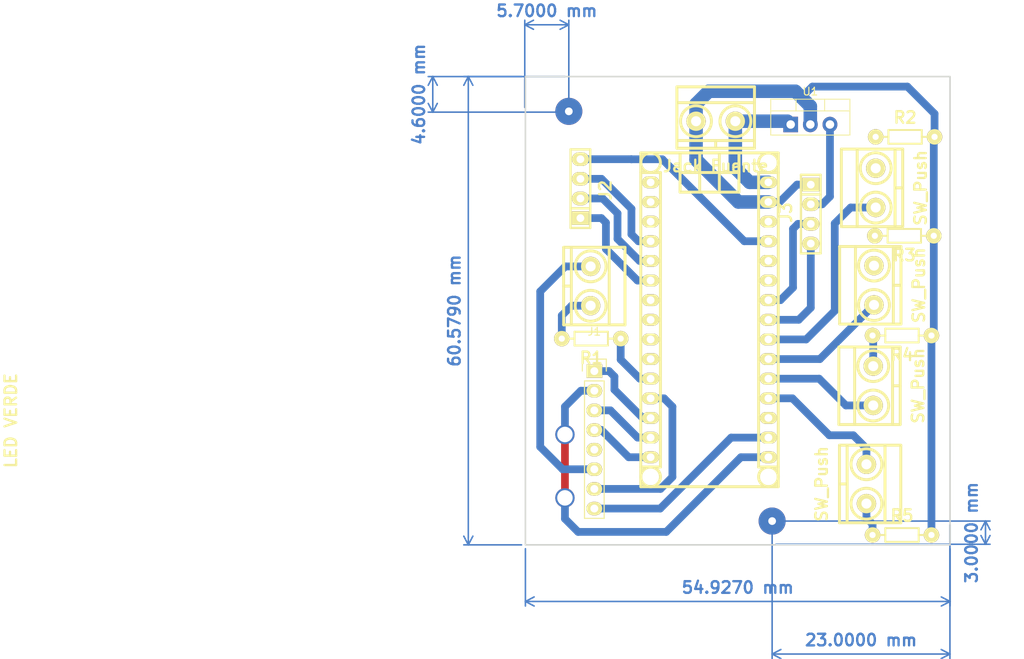
<source format=kicad_pcb>
(kicad_pcb (version 20221018) (generator pcbnew)
  (layers (0 "F.Cu" signal) (31 "B.Cu" signal) (34 "B.Paste" user) (35 "F.Paste" user) (36 "B.SilkS" user "B.Silkscreen") (37 "F.SilkS" user "F.Silkscreen") (38 "B.Mask" user) (39 "F.Mask" user) (44 "Edge.Cuts" user))
  (net 0 "")
  (net 1 "+5V")
  (net 2 "GND")
  (net 3 "unconnected-(J6-D1{slash}TX-Pad1)")
  (net 4 "unconnected-(J6-D0{slash}RX-Pad2)")
  (net 6 "/TX")
  (net 7 "/RX")
  (net 12 "/PIN_LED")
  (net 13 "/RST")
  (net 14 "/SDA")
  (net 15 "/MOSI")
  (net 16 "/MISO")
  (net 17 "/SCK")
  (net 18 "+3.3V")
  (net 20 "Net-(R2-Pad1)")
  (net 21 "Net-(R3-Pad2)")
  (net 22 "Net-(R4-Pad2)")
  (net 23 "Net-(R5-Pad1)")
  (net 24 "VCC")
  (net 25 "+BATT")
  (net 26 "/PIN_SW4")
  (net 27 "/PIN_SW3")
  (net 28 "/PIN_SW2")
  (net 29 "/PIN_SW1")
  (net 30 "/SCL")
  (net 31 "/SFA")
  (net 32 "unconnected-(J6-A6-Pad25)")
  (net 33 "unconnected-(J6-A7-Pad26)")
  (net 35 "Net-(J5-Pad2)")
  (footprint "EESTN5:BORNERA2_AZUL" (layer "F.Cu") (at 148.5 51.27625)
    (fp_text reference "J4" hide)
    (fp_text value "Jack Fuente" (at 0 5.8) (layer "F.SilkS") (effects (font (size 1.5 1.5) (thickness 0.3))))
    (fp_line (start -5.0165 -4.445) (end -5.0165 3.4925) (stroke (width 0.381)) (layer "F.SilkS"))
    (fp_line (start -5 -2.4) (end 5 -2.4) (stroke (width 0.381)) (layer "F.SilkS"))
    (fp_line (start -5 2.5) (end 5 2.5) (stroke (width 0.381)) (layer "F.SilkS"))
    (fp_line (start -4.9835 3.4925) (end 5.0165 3.4925) (stroke (width 0.381)) (layer "F.SilkS"))
    (fp_line (start 0 2.54) (end 0 3.4845) (stroke (width 0.381)) (layer "F.SilkS"))
    (fp_line (start 5.0165 -4.445) (end -4.9835 -4.445) (stroke (width 0.381)) (layer "F.SilkS"))
    (fp_line (start 5.0165 3.4925) (end 5.0165 -4.445) (stroke (width 0.381)) (layer "F.SilkS"))
    (fp_circle (center -2.55 0) (end -0.55 0) (stroke (width 0.381)) (fill none) (layer "F.SilkS"))
    (fp_circle (center 2.55 0) (end 0.55 0) (stroke (width 0.381)) (fill none) (layer "F.SilkS"))
    (pad "1" thru_hole circle (at -2.54 0) (size 2.5 2.5) (drill 1.3) (layers "*.Cu" "*.Mask" "F.SilkS") (net 2 "GND"))
    (pad "2" thru_hole circle (at 2.54 0) (size 2.5 2.5) (drill 1.3) (layers "*.Cu" "*.Mask" "F.SilkS") (net 25 "+BATT"))
  )
  (footprint "EESTN5:Pin_Header_Straight_1x08" (layer "F.Cu") (at 132.8 83.6)
    (fp_text reference "J1" (at 0 -5.1) (layer "F.SilkS"))
    (fp_text value "Módulo RFID")
    (fp_line (start -1.55 -1.55) (end 1.55 -1.55) (stroke (width 0.15)) (layer "F.SilkS"))
    (fp_line (start -1.55 0) (end -1.55 -1.55) (stroke (width 0.15)) (layer "F.SilkS"))
    (fp_line (start -1.27 19.05) (end -1.27 1.27) (stroke (width 0.15)) (layer "F.SilkS"))
    (fp_line (start 1.27 1.27) (end -1.27 1.27) (stroke (width 0.15)) (layer "F.SilkS"))
    (fp_line (start 1.27 1.27) (end 1.27 19.05) (stroke (width 0.15)) (layer "F.SilkS"))
    (fp_line (start 1.27 19.05) (end -1.27 19.05) (stroke (width 0.15)) (layer "F.SilkS"))
    (fp_line (start 1.55 -1.55) (end 1.55 0) (stroke (width 0.15)) (layer "F.SilkS"))
    (pad "1" thru_hole rect (at 0 0) (size 2.032 1.7272) (drill 1.016) (layers "*.Cu" "*.Mask" "F.SilkS") (net 14 "/SDA"))
    (pad "2" thru_hole oval (at 0 2.54) (size 2.032 1.7272) (drill 1.016) (layers "*.Cu" "*.Mask" "F.SilkS") (net 17 "/SCK"))
    (pad "3" thru_hole oval (at 0 5.08) (size 2.032 1.7272) (drill 1.016) (layers "*.Cu" "*.Mask" "F.SilkS") (net 15 "/MOSI"))
    (pad "4" thru_hole oval (at 0 7.62) (size 2.032 1.7272) (drill 1.016) (layers "*.Cu" "*.Mask" "F.SilkS") (net 16 "/MISO"))
    (pad "5" thru_hole oval (at 0 10.16) (size 2.032 1.7272) (drill 1.016) (layers "*.Cu" "*.Mask" "F.SilkS"))
    (pad "6" thru_hole oval (at 0 12.7) (size 2.032 1.7272) (drill 1.016) (layers "*.Cu" "*.Mask" "F.SilkS") (net 2 "GND"))
    (pad "7" thru_hole oval (at 0 15.24) (size 2.032 1.7272) (drill 1.016) (layers "*.Cu" "*.Mask" "F.SilkS") (net 13 "/RST"))
    (pad "8" thru_hole oval (at 0 17.78) (size 2.032 1.7272) (drill 1.016) (layers "*.Cu" "*.Mask" "F.SilkS") (net 18 "+3.3V"))
  )
  (footprint "EESTN5:BORNERA2_AZUL" (layer "F.Cu") (at 168.97625 72.5 90)
    (fp_text reference "SW2" hide)
    (fp_text value "SW_Push" (at 0 5.8 90) (layer "F.SilkS") (effects (font (size 1.5 1.5) (thickness 0.3))))
    (fp_line (start -5.0165 -4.445) (end -5.0165 3.4925) (stroke (width 0.381)) (layer "F.SilkS"))
    (fp_line (start -5 -2.4) (end 5 -2.4) (stroke (width 0.381)) (layer "F.SilkS"))
    (fp_line (start -5 2.5) (end 5 2.5) (stroke (width 0.381)) (layer "F.SilkS"))
    (fp_line (start -4.9835 3.4925) (end 5.0165 3.4925) (stroke (width 0.381)) (layer "F.SilkS"))
    (fp_line (start 0 2.54) (end 0 3.4845) (stroke (width 0.381)) (layer "F.SilkS"))
    (fp_line (start 5.0165 -4.445) (end -4.9835 -4.445) (stroke (width 0.381)) (layer "F.SilkS"))
    (fp_line (start 5.0165 3.4925) (end 5.0165 -4.445) (stroke (width 0.381)) (layer "F.SilkS"))
    (fp_circle (center -2.55 0) (end -0.55 0) (stroke (width 0.381)) (fill none) (layer "F.SilkS"))
    (fp_circle (center 2.55 0) (end 0.55 0) (stroke (width 0.381)) (fill none) (layer "F.SilkS"))
    (pad "1" thru_hole circle (at -2.54 0 90) (size 2.5 2.5) (drill 1.3) (layers "*.Cu" "*.Mask" "F.SilkS") (net 28 "/PIN_SW2"))
    (pad "2" thru_hole circle (at 2.54 0 90) (size 2.5 2.5) (drill 1.3) (layers "*.Cu" "*.Mask" "F.SilkS") (net 21 "Net-(R3-Pad2)"))
  )
  (footprint "EESTN5:pin_strip_4" (layer "F.Cu") (at 131 60 90)
    (fp_text reference "J2" (at -0.2032 3.2258 90) (layer "F.SilkS") (effects (font (size 1.5 1.5) (thickness 0.3))))
    (fp_text value "Sensor R307S" hide)
    (fp_line (start -5.08 -1.27) (end 5.08 -1.27) (stroke (width 0.3048)) (layer "F.SilkS"))
    (fp_line (start -5.08 1.27) (end -5.08 -1.27) (stroke (width 0.3048)) (layer "F.SilkS"))
    (fp_line (start -2.54 -1.27) (end -2.54 1.27) (stroke (width 0.3048)) (layer "F.SilkS"))
    (fp_line (start 5.08 -1.27) (end 5.08 1.27) (stroke (width 0.3048)) (layer "F.SilkS"))
    (fp_line (start 5.08 1.27) (end -5.08 1.27) (stroke (width 0.3048)) (layer "F.SilkS"))
    (pad "1" thru_hole rect (at -3.81 0 90) (size 1.75 2.2) (drill 1.00076) (layers "*.Cu" "*.Mask" "F.SilkS") (net 7 "/RX"))
    (pad "2" thru_hole oval (at -1.27 0 90) (size 1.75 2.2) (drill 1.00076) (layers "*.Cu" "*.Mask" "F.SilkS") (net 6 "/TX"))
    (pad "3" thru_hole oval (at 1.27 0 90) (size 1.75 2.2) (drill 1.00076) (layers "*.Cu" "*.Mask" "F.SilkS") (net 2 "GND"))
    (pad "4" thru_hole oval (at 3.81 0 90) (size 1.75 2.2) (drill 1.00076) (layers "*.Cu" "*.Mask" "F.SilkS") (net 1 "+5V"))
  )
  (footprint "EESTN5:BORNERA2_AZUL" (layer "F.Cu") (at 168.87625 85.5 90)
    (fp_text reference "SW3" hide)
    (fp_text value "SW_Push" (at 0 5.8 90) (layer "F.SilkS") (effects (font (size 1.5 1.5) (thickness 0.3))))
    (fp_line (start -5.0165 -4.445) (end -5.0165 3.4925) (stroke (width 0.381)) (layer "F.SilkS"))
    (fp_line (start -5 -2.4) (end 5 -2.4) (stroke (width 0.381)) (layer "F.SilkS"))
    (fp_line (start -5 2.5) (end 5 2.5) (stroke (width 0.381)) (layer "F.SilkS"))
    (fp_line (start -4.9835 3.4925) (end 5.0165 3.4925) (stroke (width 0.381)) (layer "F.SilkS"))
    (fp_line (start 0 2.54) (end 0 3.4845) (stroke (width 0.381)) (layer "F.SilkS"))
    (fp_line (start 5.0165 -4.445) (end -4.9835 -4.445) (stroke (width 0.381)) (layer "F.SilkS"))
    (fp_line (start 5.0165 3.4925) (end 5.0165 -4.445) (stroke (width 0.381)) (layer "F.SilkS"))
    (fp_circle (center -2.55 0) (end -0.55 0) (stroke (width 0.381)) (fill none) (layer "F.SilkS"))
    (fp_circle (center 2.55 0) (end 0.55 0) (stroke (width 0.381)) (fill none) (layer "F.SilkS"))
    (pad "1" thru_hole circle (at -2.54 0 90) (size 2.5 2.5) (drill 1.3) (layers "*.Cu" "*.Mask" "F.SilkS") (net 27 "/PIN_SW3"))
    (pad "2" thru_hole circle (at 2.54 0 90) (size 2.5 2.5) (drill 1.3) (layers "*.Cu" "*.Mask" "F.SilkS") (net 22 "Net-(R4-Pad2)"))
  )
  (footprint "EESTN5:BORNERA2_AZUL" (layer "F.Cu") (at 168 98.2 -90)
    (fp_text reference "SW4" hide)
    (fp_text value "SW_Push" (at 0 5.8 90) (layer "F.SilkS") (effects (font (size 1.5 1.5) (thickness 0.3))))
    (fp_line (start -5.0165 -4.445) (end -5.0165 3.4925) (stroke (width 0.381)) (layer "F.SilkS"))
    (fp_line (start -5 -2.4) (end 5 -2.4) (stroke (width 0.381)) (layer "F.SilkS"))
    (fp_line (start -5 2.5) (end 5 2.5) (stroke (width 0.381)) (layer "F.SilkS"))
    (fp_line (start -4.9835 3.4925) (end 5.0165 3.4925) (stroke (width 0.381)) (layer "F.SilkS"))
    (fp_line (start 0 2.54) (end 0 3.4845) (stroke (width 0.381)) (layer "F.SilkS"))
    (fp_line (start 5.0165 -4.445) (end -4.9835 -4.445) (stroke (width 0.381)) (layer "F.SilkS"))
    (fp_line (start 5.0165 3.4925) (end 5.0165 -4.445) (stroke (width 0.381)) (layer "F.SilkS"))
    (fp_circle (center -2.55 0) (end -0.55 0) (stroke (width 0.381)) (fill none) (layer "F.SilkS"))
    (fp_circle (center 2.55 0) (end 0.55 0) (stroke (width 0.381)) (fill none) (layer "F.SilkS"))
    (pad "1" thru_hole circle (at -2.54 0 270) (size 2.5 2.5) (drill 1.3) (layers "*.Cu" "*.Mask" "F.SilkS") (net 26 "/PIN_SW4"))
    (pad "2" thru_hole circle (at 2.54 0 270) (size 2.5 2.5) (drill 1.3) (layers "*.Cu" "*.Mask" "F.SilkS") (net 23 "Net-(R5-Pad1)"))
  )
  (footprint "EESTN5:RES0.3" (layer "F.Cu") (at 173 53.3)
    (fp_text reference "R2" (at 0 -2.5) (layer "F.SilkS") (effects (font (size 1.5 1.5) (thickness 0.3))))
    (fp_text value "1k" hide)
    (fp_line (start -2.159 -0.889) (end -2.159 0.889) (stroke (width 0.254)) (layer "F.SilkS"))
    (fp_line (start -2.159 0) (end -3.81 0) (stroke (width 0.254)) (layer "F.SilkS"))
    (fp_line (start -2.159 0.889) (end 2.159 0.889) (stroke (width 0.254)) (layer "F.SilkS"))
    (fp_line (start 2.159 -0.889) (end -2.159 -0.889) (stroke (width 0.254)) (layer "F.SilkS"))
    (fp_line (start 2.159 0) (end 3.81 0) (stroke (width 0.254)) (layer "F.SilkS"))
    (fp_line (start 2.159 0.889) (end 2.159 -0.889) (stroke (width 0.254)) (layer "F.SilkS"))
    (pad "1" thru_hole circle (at -3.81 0) (size 1.99898 1.99898) (drill 0.8001) (layers "*.Cu" "*.Mask" "F.SilkS") (net 20 "Net-(R2-Pad1)"))
    (pad "2" thru_hole circle (at 3.81 0) (size 1.99898 1.99898) (drill 0.8001) (layers "*.Cu" "*.Mask" "F.SilkS") (net 2 "GND"))
  )
  (footprint "EESTN5:RES0.3" (layer "F.Cu") (at 132.4 79.4 180)
    (fp_text reference "R1" (at 0 -2.5) (layer "F.SilkS") (effects (font (size 1.5 1.5) (thickness 0.3))))
    (fp_text value "1k" hide)
    (fp_line (start -2.159 -0.889) (end -2.159 0.889) (stroke (width 0.254)) (layer "F.SilkS"))
    (fp_line (start -2.159 0) (end -3.81 0) (stroke (width 0.254)) (layer "F.SilkS"))
    (fp_line (start -2.159 0.889) (end 2.159 0.889) (stroke (width 0.254)) (layer "F.SilkS"))
    (fp_line (start 2.159 -0.889) (end -2.159 -0.889) (stroke (width 0.254)) (layer "F.SilkS"))
    (fp_line (start 2.159 0) (end 3.81 0) (stroke (width 0.254)) (layer "F.SilkS"))
    (fp_line (start 2.159 0.889) (end 2.159 -0.889) (stroke (width 0.254)) (layer "F.SilkS"))
    (pad "1" thru_hole circle (at -3.81 0 180) (size 1.99898 1.99898) (drill 0.8001) (layers "*.Cu" "*.Mask" "F.SilkS") (net 12 "/PIN_LED"))
    (pad "2" thru_hole circle (at 3.81 0 180) (size 1.99898 1.99898) (drill 0.8001) (layers "*.Cu" "*.Mask" "F.SilkS") (net 35 "Net-(J5-Pad2)"))
  )
  (footprint "EESTN5:arduino_nano_header" (layer "F.Cu") (at 147.701 76.962 -90)
    (fp_text reference "J6" hide)
    (fp_text value "Arduino_Nano_Header" hide)
    (fp_line (start -21.59 -3.81) (end -16.51 -3.81) (stroke (width 0.381)) (layer "F.SilkS"))
    (fp_line (start -21.59 8.89) (end -21.59 -8.89) (stroke (width 0.381)) (layer "F.SilkS"))
    (fp_line (start -21.59 8.89) (end 21.59 8.89) (stroke (width 0.381)) (layer "F.SilkS"))
    (fp_line (start -19.05 -8.89) (end -19.05 -6.35) (stroke (width 0.381)) (layer "F.SilkS"))
    (fp_line (start -19.05 -3.81) (end -19.05 3.81) (stroke (width 0.381)) (layer "F.SilkS"))
    (fp_line (start -19.05 6.35) (end 19.05 6.35) (stroke (width 0.381)) (layer "F.SilkS"))
    (fp_line (start -19.05 8.89) (end -19.05 6.35) (stroke (width 0.381)) (layer "F.SilkS"))
    (fp_line (start -16.51 -3.81) (end -16.51 3.81) (stroke (width 0.381)) (layer "F.SilkS"))
    (fp_line (start -16.51 -1.27) (end -21.59 -1.27) (stroke (width 0.381)) (layer "F.SilkS"))
    (fp_line (start -16.51 1.27) (end -21.59 1.27) (stroke (width 0.381)) (layer "F.SilkS"))
    (fp_line (start -16.51 3.81) (end -21.59 3.81) (stroke (width 0.381)) (layer "F.SilkS"))
    (fp_line (start 19.05 -6.35) (end -19.05 -6.35) (stroke (width 0.381)) (layer "F.SilkS"))
    (fp_line (start 19.05 -6.35) (end 19.05 -8.89) (stroke (width 0.381)) (layer "F.SilkS"))
    (fp_line (start 19.05 8.89) (end 19.05 6.35) (stroke (width 0.381)) (layer "F.SilkS"))
    (fp_line (start 21.59 -8.89) (end -21.59 -8.89) (stroke (width 0.381)) (layer "F.SilkS"))
    (fp_line (start 21.59 8.89) (end 21.59 -8.89) (stroke (width 0.381)) (layer "F.SilkS"))
    (fp_circle (center -20.32 -7.62) (end -21.59 -7.62) (stroke (width 0.381)) (fill none) (layer "F.SilkS"))
    (fp_circle (center -20.32 7.62) (end -21.59 7.62) (stroke (width 0.381)) (fill none) (layer "F.SilkS"))
    (fp_circle (center 20.32 -7.62) (end 21.59 -7.62) (stroke (width 0.381)) (fill none) (layer "F.SilkS"))
    (fp_circle (center 20.32 7.62) (end 21.59 7.62) (stroke (width 0.381)) (fill none) (layer "F.SilkS"))
    (pad "1" thru_hole oval (at -17.78 7.62 270) (size 1.524 2.19964) (drill 1.00076) (layers "*.Cu" "*.Mask" "F.SilkS") (net 3 "unconnected-(J6-D1{slash}TX-Pad1)"))
    (pad "2" thru_hole oval (at -15.24 7.62 270) (size 1.524 2.19964) (drill 1.00076) (layers "*.Cu" "*.Mask" "F.SilkS") (net 4 "unconnected-(J6-D0{slash}RX-Pad2)"))
    (pad "3" thru_hole oval (at -12.7 7.62 270) (size 1.524 2.19964) (drill 1.00076) (layers "*.Cu" "*.Mask" "F.SilkS"))
    (pad "4" thru_hole oval (at -10.16 7.62 270) (size 1.524 2.19964) (drill 1.00076) (layers "*.Cu" "*.Mask" "F.SilkS") (net 2 "GND"))
    (pad "5" thru_hole oval (at -7.62 7.62 270) (size 1.524 2.19964) (drill 1.00076) (layers "*.Cu" "*.Mask" "F.SilkS") (net 6 "/TX"))
    (pad "6" thru_hole oval (at -5.08 7.62 270) (size 1.524 2.19964) (drill 1.00076) (layers "*.Cu" "*.Mask" "F.SilkS") (net 7 "/RX"))
    (pad "7" thru_hole oval (at -2.54 7.62 270) (size 1.524 2.19964) (drill 1.00076) (layers "*.Cu" "*.Mask" "F.SilkS"))
    (pad "8" thru_hole oval (at 0 7.62 270) (size 1.524 2.19964) (drill 1.00076) (layers "*.Cu" "*.Mask" "F.SilkS"))
    (pad "9" thru_hole oval (at 2.54 7.62 270) (size 1.524 2.19964) (drill 1.00076) (layers "*.Cu" "*.Mask" "F.SilkS"))
    (pad "10" thru_hole oval (at 5.08 7.62 270) (size 1.524 2.19964) (drill 1.00076) (layers "*.Cu" "*.Mask" "F.SilkS"))
    (pad "11" thru_hole oval (at 7.62 7.62 270) (size 1.524 2.19964) (drill 1.00076) (layers "*.Cu" "*.Mask" "F.SilkS") (net 12 "/PIN_LED"))
    (pad "12" thru_hole oval (at 10.16 7.62 270) (size 1.524 2.19964) (drill 1.00076) (layers "*.Cu" "*.Mask" "F.SilkS") (net 13 "/RST"))
    (pad "13" thru_hole oval (at 12.7 7.62 270) (size 1.524 2.19964) (drill 1.00076) (layers "*.Cu" "*.Mask" "F.SilkS") (net 14 "/SDA"))
    (pad "14" thru_hole oval (at 15.24 7.62 270) (size 1.524 2.19964) (drill 1.00076) (layers "*.Cu" "*.Mask" "F.SilkS") (net 15 "/MOSI"))
    (pad "15" thru_hole oval (at 17.78 7.62 270) (size 1.524 2.19964) (drill 1.00076) (layers "*.Cu" "*.Mask" "F.SilkS") (net 16 "/MISO"))
    (pad "16" thru_hole oval (at 17.78 -7.62 270) (size 1.524 2.19964) (drill 1.00076) (layers "*.Cu" "*.Mask" "F.SilkS") (net 17 "/SCK"))
    (pad "17" thru_hole oval (at 15.24 -7.62 270) (size 1.524 2.19964) (drill 1.00076) (layers "*.Cu" "*.Mask" "F.SilkS") (net 18 "+3.3V"))
    (pad "18" thru_hole oval (at 12.7 -7.62 270) (size 1.524 2.19964) (drill 1.00076) (layers "*.Cu" "*.Mask" "F.SilkS"))
    (pad "19" thru_hole oval (at 10.16 -7.62 270) (size 1.524 2.19964) (drill 1.00076) (layers "*.Cu" "*.Mask" "F.SilkS") (net 26 "/PIN_SW4"))
    (pad "20" thru_hole oval (at 7.62 -7.62 270) (size 1.524 2.1971) (drill 1.00076) (layers "*.Cu" "*.Mask" "F.SilkS") (net 27 "/PIN_SW3"))
    (pad "21" thru_hole oval (at 5.08 -7.62 270) (size 1.524 2.1971) (drill 1.00076) (layers "*.Cu" "*.Mask" "F.SilkS") (net 28 "/PIN_SW2"))
    (pad "22" thru_hole oval (at 2.54 -7.62 270) (size 1.524 2.1971) (drill 1.00076) (layers "*.Cu" "*.Mask" "F.SilkS") (net 29 "/PIN_SW1"))
    (pad "23" thru_hole oval (at 0 -7.62 270) (size 1.524 2.1971) (drill 1.00076) (layers "*.Cu" "*.Mask" "F.SilkS") (net 31 "/SFA"))
    (pad "24" thru_hole oval (at -2.54 -7.62 270) (size 1.524 2.1971) (drill 0.99822) (layers "*.Cu" "*.Mask" "F.SilkS") (net 30 "/SCL"))
    (pad "25" thru_hole oval (at -5.08 -7.62 270) (size 1.524 2.1971) (drill 0.99822) (layers "*.Cu" "*.Mask" "F.SilkS") (net 32 "unconnected-(J6-A6-Pad25)"))
    (pad "26" thru_hole oval (at -7.62 -7.62 270) (size 1.524 2.1971) (drill 0.99822) (layers "*.Cu" "*.Mask" "F.SilkS") (net 33 "unconnected-(J6-A7-Pad26)"))
    (pad "27" thru_hole oval (at -10.16 -7.62 270) (size 1.524 2.1971) (drill 0.99822) (layers "*.Cu" "*.Mask" "F.SilkS") (net 1 "+5V"))
    (pad "28" thru_hole oval (at -12.7 -7.62 270) (size 1.524 2.1971) (drill 0.99822) (layers "*.Cu" "*.Mask" "F.SilkS"))
    (pad "29" thru_hole oval (at -15.24 -7.62 270) (size 1.524 2.1971) (drill 0.99822) (layers "*.Cu" "*.Mask" "F.SilkS") (net 2 "GND"))
    (pad "30" thru_hole oval (at -17.78 -7.62 270) (size 1.524 2.1971) (drill 0.99822) (layers "*.Cu" "*.Mask" "F.SilkS") (net 25 "+BATT"))
  )
  (footprint "EESTN5:BORNERA2_AZUL" (layer "F.Cu") (at 132.32375 72.6 -90)
    (fp_text reference "J5" hide)
    (fp_text value "LED VERDE" (at 17.4 75 90) (layer "F.SilkS") (effects (font (size 1.5 1.5) (thickness 0.3))))
    (fp_line (start -5.0165 -4.445) (end -5.0165 3.4925) (stroke (width 0.381)) (layer "F.SilkS"))
    (fp_line (start -5 -2.4) (end 5 -2.4) (stroke (width 0.381)) (layer "F.SilkS"))
    (fp_line (start -5 2.5) (end 5 2.5) (stroke (width 0.381)) (layer "F.SilkS"))
    (fp_line (start -4.9835 3.4925) (end 5.0165 3.4925) (stroke (width 0.381)) (layer "F.SilkS"))
    (fp_line (start 0 2.54) (end 0 3.4845) (stroke (width 0.381)) (layer "F.SilkS"))
    (fp_line (start 5.0165 -4.445) (end -4.9835 -4.445) (stroke (width 0.381)) (layer "F.SilkS"))
    (fp_line (start 5.0165 3.4925) (end 5.0165 -4.445) (stroke (width 0.381)) (layer "F.SilkS"))
    (fp_circle (center -2.55 0) (end -0.55 0) (stroke (width 0.381)) (fill none) (layer "F.SilkS"))
    (fp_circle (center 2.55 0) (end 0.55 0) (stroke (width 0.381)) (fill none) (layer "F.SilkS"))
    (pad "1" thru_hole circle (at -2.54 0 270) (size 2.5 2.5) (drill 1.3) (layers "*.Cu" "*.Mask" "F.SilkS") (net 2 "GND"))
    (pad "2" thru_hole circle (at 2.54 0 270) (size 2.5 2.5) (drill 1.3) (layers "*.Cu" "*.Mask" "F.SilkS") (net 35 "Net-(J5-Pad2)"))
  )
  (footprint "EESTN5:RES0.3" (layer "F.Cu") (at 172.6 79 180)
    (fp_text reference "R4" (at 0 -2.5) (layer "F.SilkS") (effects (font (size 1.5 1.5) (thickness 0.3))))
    (fp_text value "1k" hide)
    (fp_line (start -2.159 -0.889) (end -2.159 0.889) (stroke (width 0.254)) (layer "F.SilkS"))
    (fp_line (start -2.159 0) (end -3.81 0) (stroke (width 0.254)) (layer "F.SilkS"))
    (fp_line (start -2.159 0.889) (end 2.159 0.889) (stroke (width 0.254)) (layer "F.SilkS"))
    (fp_line (start 2.159 -0.889) (end -2.159 -0.889) (stroke (width 0.254)) (layer "F.SilkS"))
    (fp_line (start 2.159 0) (end 3.81 0) (stroke (width 0.254)) (layer "F.SilkS"))
    (fp_line (start 2.159 0.889) (end 2.159 -0.889) (stroke (width 0.254)) (layer "F.SilkS"))
    (pad "1" thru_hole circle (at -3.81 0 180) (size 1.99898 1.99898) (drill 0.8001) (layers "*.Cu" "*.Mask" "F.SilkS") (net 2 "GND"))
    (pad "2" thru_hole circle (at 3.81 0 180) (size 1.99898 1.99898) (drill 0.8001) (layers "*.Cu" "*.Mask" "F.SilkS") (net 22 "Net-(R4-Pad2)"))
  )
  (footprint "Package_TO_SOT_THT:TO-220-3_Vertical" (layer "F.Cu") (at 158.2 51.7)
    (fp_text reference "U1" (at 2.54 -4.27) (layer "F.SilkS"))
    (fp_text value "LM7805")
    (fp_line (start -2.58 -3.27) (end -2.58 1.371) (stroke (width 0.12)) (layer "F.SilkS"))
    (fp_line (start -2.58 -3.27) (end 7.66 -3.27) (stroke (width 0.12)) (layer "F.SilkS"))
    (fp_line (start -2.58 -1.76) (end 7.66 -1.76) (stroke (width 0.12)) (layer "F.SilkS"))
    (fp_line (start -2.58 1.371) (end 7.66 1.371) (stroke (width 0.12)) (layer "F.SilkS"))
    (fp_line (start 0.69 -3.27) (end 0.69 -1.76) (stroke (width 0.12)) (layer "F.SilkS"))
    (fp_line (start 4.391 -3.27) (end 4.391 -1.76) (stroke (width 0.12)) (layer "F.SilkS"))
    (fp_line (start 7.66 -3.27) (end 7.66 1.371) (stroke (width 0.12)) (layer "F.SilkS"))
    (pad "1" thru_hole rect (at 0 0) (size 1.905 2) (drill 1.1) (layers "*.Cu" "*.Mask") (net 25 "+BATT"))
    (pad "2" thru_hole oval (at 2.54 0) (size 1.905 2) (drill 1.1) (layers "*.Cu" "*.Mask") (net 2 "GND"))
    (pad "3" thru_hole oval (at 5.08 0) (size 1.905 2) (drill 1.1) (layers "*.Cu" "*.Mask") (net 24 "VCC"))
  )
  (footprint "EESTN5:pin_strip_4" (layer "F.Cu") (at 160.8 63.29 -90)
    (fp_text reference "J3" (at -0.2032 3.2258 90) (layer "F.SilkS") (effects (font (size 1.5 1.5) (thickness 0.3))))
    (fp_text value "Display 16x2" hide)
    (fp_line (start -5.08 -1.27) (end 5.08 -1.27) (stroke (width 0.3048)) (layer "F.SilkS"))
    (fp_line (start -5.08 1.27) (end -5.08 -1.27) (stroke (width 0.3048)) (layer "F.SilkS"))
    (fp_line (start -2.54 -1.27) (end -2.54 1.27) (stroke (width 0.3048)) (layer "F.SilkS"))
    (fp_line (start 5.08 -1.27) (end 5.08 1.27) (stroke (width 0.3048)) (layer "F.SilkS"))
    (fp_line (start 5.08 1.27) (end -5.08 1.27) (stroke (width 0.3048)) (layer "F.SilkS"))
    (pad "1" thru_hole rect (at -3.81 0 270) (size 1.75 2.2) (drill 1.00076) (layers "*.Cu" "*.Mask" "F.SilkS") (net 2 "GND"))
    (pad "2" thru_hole oval (at -1.27 0 270) (size 1.75 2.2) (drill 1.00076) (layers "*.Cu" "*.Mask" "F.SilkS") (net 24 "VCC"))
    (pad "3" thru_hole oval (at 1.27 0 270) (size 1.75 2.2) (drill 1.00076) (layers "*.Cu" "*.Mask" "F.SilkS") (net 30 "/SCL"))
    (pad "4" thru_hole oval (at 3.81 0 270) (size 1.75 2.2) (drill 1.00076) (layers "*.Cu" "*.Mask" "F.SilkS") (net 31 "/SFA"))
  )
  (footprint "EESTN5:RES0.3" (layer "F.Cu") (at 172.9 66.1 180)
    (fp_text reference "R3" (at 0 -2.5) (layer "F.SilkS") (effects (font (size 1.5 1.5) (thickness 0.3))))
    (fp_text value "1k" hide)
    (fp_line (start -2.159 -0.889) (end -2.159 0.889) (stroke (width 0.254)) (layer "F.SilkS"))
    (fp_line (start -2.159 0) (end -3.81 0) (stroke (width 0.254)) (layer "F.SilkS"))
    (fp_line (start -2.159 0.889) (end 2.159 0.889) (stroke (width 0.254)) (layer "F.SilkS"))
    (fp_line (start 2.159 -0.889) (end -2.159 -0.889) (stroke (width 0.254)) (layer "F.SilkS"))
    (fp_line (start 2.159 0) (end 3.81 0) (stroke (width 0.254)) (layer "F.SilkS"))
    (fp_line (start 2.159 0.889) (end 2.159 -0.889) (stroke (width 0.254)) (layer "F.SilkS"))
    (pad "1" thru_hole circle (at -3.81 0 180) (size 1.99898 1.99898) (drill 0.8001) (layers "*.Cu" "*.Mask" "F.SilkS") (net 2 "GND"))
    (pad "2" thru_hole circle (at 3.81 0 180) (size 1.99898 1.99898) (drill 0.8001) (layers "*.Cu" "*.Mask" "F.SilkS") (net 21 "Net-(R3-Pad2)"))
  )
  (footprint "EESTN5:RES0.3" (layer "F.Cu") (at 172.6 104.8)
    (fp_text reference "R5" (at 0 -2.5) (layer "F.SilkS") (effects (font (size 1.5 1.5) (thickness 0.3))))
    (fp_text value "1k" hide)
    (fp_line (start -2.159 -0.889) (end -2.159 0.889) (stroke (width 0.254)) (layer "F.SilkS"))
    (fp_line (start -2.159 0) (end -3.81 0) (stroke (width 0.254)) (layer "F.SilkS"))
    (fp_line (start -2.159 0.889) (end 2.159 0.889) (stroke (width 0.254)) (layer "F.SilkS"))
    (fp_line (start 2.159 -0.889) (end -2.159 -0.889) (stroke (width 0.254)) (layer "F.SilkS"))
    (fp_line (start 2.159 0) (end 3.81 0) (stroke (width 0.254)) (layer "F.SilkS"))
    (fp_line (start 2.159 0.889) (end 2.159 -0.889) (stroke (width 0.254)) (layer "F.SilkS"))
    (pad "1" thru_hole circle (at -3.81 0) (size 1.99898 1.99898) (drill 0.8001) (layers "*.Cu" "*.Mask" "F.SilkS") (net 23 "Net-(R5-Pad1)"))
    (pad "2" thru_hole circle (at 3.81 0) (size 1.99898 1.99898) (drill 0.8001) (layers "*.Cu" "*.Mask" "F.SilkS") (net 2 "GND"))
  )
  (footprint "EESTN5:BORNERA2_AZUL" (layer "F.Cu") (at 169.2 59.9 90)
    (fp_text reference "SW1" hide)
    (fp_text value "SW_Push" (at 0 5.8 90) (layer "F.SilkS") (effects (font (size 1.5 1.5) (thickness 0.3))))
    (fp_line (start -5.0165 -4.445) (end -5.0165 3.4925) (stroke (width 0.381)) (layer "F.SilkS"))
    (fp_line (start -5 -2.4) (end 5 -2.4) (stroke (width 0.381)) (layer "F.SilkS"))
    (fp_line (start -5 2.5) (end 5 2.5) (stroke (width 0.381)) (layer "F.SilkS"))
    (fp_line (start -4.9835 3.4925) (end 5.0165 3.4925) (stroke (width 0.381)) (layer "F.SilkS"))
    (fp_line (start 0 2.54) (end 0 3.4845) (stroke (width 0.381)) (layer "F.SilkS"))
    (fp_line (start 5.0165 -4.445) (end -4.9835 -4.445) (stroke (width 0.381)) (layer "F.SilkS"))
    (fp_line (start 5.0165 3.4925) (end 5.0165 -4.445) (stroke (width 0.381)) (layer "F.SilkS"))
    (fp_circle (center -2.55 0) (end -0.55 0) (stroke (width 0.381)) (fill none) (layer "F.SilkS"))
    (fp_circle (center 2.55 0) (end 0.55 0) (stroke (width 0.381)) (fill none) (layer "F.SilkS"))
    (pad "1" thru_hole circle (at -2.54 0 90) (size 2.5 2.5) (drill 1.3) (layers "*.Cu" "*.Mask" "F.SilkS") (net 29 "/PIN_SW1"))
    (pad "2" thru_hole circle (at 2.54 0 90) (size 2.5 2.5) (drill 1.3) (layers "*.Cu" "*.Mask" "F.SilkS") (net 20 "Net-(R2-Pad1)"))
  )
  (gr_rect (start 123.8865 45.5) (end 178.8135 106.079) (stroke (width 0.2)) (fill none) (layer "Edge.Cuts"))
  (dimension (type aligned) (layer "B.Cu") (pts (xy 155.8 103) (xy 178.8 103)) (height 17.2) (gr_text "23,0000 mm" (at 167.3 118.4) (layer "B.Cu") (effects (font (size 1.5 1.5) (thickness 0.3)))) (format (prefix "") (suffix "") (units 3) (units_format 1) (precision 4)) (style (thickness 0.2) (arrow_length 1.27) (text_position_mode 0) (extension_height 0.58642) (extension_offset 0.5) keep_text_aligned))
  (dimension (type aligned) (layer "B.Cu") (pts (xy 123.8865 106.079) (xy 178.8135 106.079)) (height 7.320999) (gr_text "54,9270 mm" (at 151.35 111.599999) (layer "B.Cu") (effects (font (size 1.5 1.5) (thickness 0.3)))) (format (prefix "") (suffix "") (units 3) (units_format 1) (precision 4)) (style (thickness 0.2) (arrow_length 1.27) (text_position_mode 0) (extension_height 0.58642) (extension_offset 0.5) keep_text_aligned))
  (dimension (type aligned) (layer "B.Cu") (pts (xy 129.5 50) (xy 123.8 50)) (height 11.2) (gr_text "5,7000 mm" (at 126.65 37) (layer "B.Cu") (effects (font (size 1.5 1.5) (thickness 0.3)))) (format (prefix "") (suffix "") (units 3) (units_format 1) (precision 4)) (style (thickness 0.2) (arrow_length 1.27) (text_position_mode 0) (extension_height 0.58642) (extension_offset 0.5) keep_text_aligned))
  (dimension (type aligned) (layer "B.Cu") (pts (xy 129.5 45.5) (xy 129.5 50.1)) (height 17.6) (gr_text "4,6000 mm" (at 110.1 47.8 90) (layer "B.Cu") (effects (font (size 1.5 1.5) (thickness 0.3)))) (format (prefix "") (suffix "") (units 3) (units_format 1) (precision 4)) (style (thickness 0.2) (arrow_length 1.27) (text_position_mode 0) (extension_height 0.58642) (extension_offset 0.5) keep_text_aligned))
  (dimension (type aligned) (layer "B.Cu") (pts (xy 155.8 103) (xy 155.8 106)) (height -27.6) (gr_text "3,0000 mm" (at 181.6 104.5 90) (layer "B.Cu") (effects (font (size 1.5 1.5) (thickness 0.3)))) (format (prefix "") (suffix "") (units 3) (units_format 1) (precision 4)) (style (thickness 0.2) (arrow_length 1.27) (text_position_mode 0) (extension_height 0.58642) (extension_offset 0.5) keep_text_aligned))
  (dimension (type aligned) (layer "B.Cu") (pts (xy 123.8865 45.5) (xy 123.8865 106.079)) (height 7.386499) (gr_text "60,5790 mm" (at 114.700001 75.7895 90) (layer "B.Cu") (effects (font (size 1.5 1.5) (thickness 0.3)))) (format (prefix "") (suffix "") (units 3) (units_format 1) (precision 4)) (style (thickness 0.2) (arrow_length 1.27) (text_position_mode 0) (extension_height 0.58642) (extension_offset 0.5) keep_text_aligned))
  (via (at 155.8 103) (size 3.5) (drill 1) (layers "F.Cu" "B.Cu") (net 0))
  (via (at 129.5 50) (size 3.5) (drill 1) (layers "F.Cu" "B.Cu") (net 0))
  (segment (start 141.6 56.2) (end 152.202 66.802) (width 1) (layer "B.Cu") (net 1))
  (segment (start 131 56.19) (end 137.59 56.19) (width 1) (layer "B.Cu") (net 1))
  (segment (start 137.59 56.19) (end 137.6 56.2) (width 1) (layer "B.Cu") (net 1))
  (segment (start 152.202 66.802) (end 155.321 66.802) (width 1) (layer "B.Cu") (net 1))
  (segment (start 137.6 56.2) (end 141.6 56.2) (width 1) (layer "B.Cu") (net 1))
  (segment (start 173.3 46.8) (end 161 46.8) (width 1) (layer "B.Cu") (net 2))
  (segment (start 176.71 66.1) (end 176.71 53.4) (width 1) (layer "B.Cu") (net 2))
  (segment (start 145.96 49.04) (end 147.6 47.4) (width 1.75) (layer "B.Cu") (net 2))
  (segment (start 125.8 73.3) (end 129.04 70.06) (width 1) (layer "B.Cu") (net 2))
  (segment (start 158.8 47.4) (end 159.6 48.2) (width 1.75) (layer "B.Cu") (net 2))
  (segment (start 140.081 66.802) (end 138.502 66.802) (width 1) (layer "B.Cu") (net 2))
  (segment (start 176.81 50.31) (end 173.3 46.8) (width 1) (layer "B.Cu") (net 2))
  (segment (start 128.7 96.3) (end 125.8 93.4) (width 1) (layer "B.Cu") (net 2))
  (segment (start 155.321 61.722) (end 151.422 61.722) (width 1.75) (layer "B.Cu") (net 2))
  (segment (start 176.71 66.1) (end 176.71 78.7) (width 1) (layer "B.Cu") (net 2))
  (segment (start 138.502 66.802) (end 137.6 65.9) (width 1) (layer "B.Cu") (net 2))
  (segment (start 176.71 78.7) (end 176.41 79) (width 1) (layer "B.Cu") (net 2))
  (segment (start 147.6 47.4) (end 158.8 47.4) (width 1.75) (layer "B.Cu") (net 2))
  (segment (start 160.8 59.48) (end 159.02 59.48) (width 1) (layer "B.Cu") (net 2))
  (segment (start 125.8 93.4) (end 125.8 73.3) (width 1) (layer "B.Cu") (net 2))
  (segment (start 176.41 104.8) (end 176.41 79) (width 1) (layer "B.Cu") (net 2))
  (segment (start 137.6 65.9) (end 137.6 62.6) (width 1) (layer "B.Cu") (net 2))
  (segment (start 176.71 53.4) (end 176.81 53.3) (width 1) (layer "B.Cu") (net 2))
  (segment (start 161 46.8) (end 159.6 48.2) (width 1) (layer "B.Cu") (net 2))
  (segment (start 151.422 61.722) (end 145.96 56.26) (width 1.75) (layer "B.Cu") (net 2))
  (segment (start 156.778 61.722) (end 155.321 61.722) (width 1) (layer "B.Cu") (net 2))
  (segment (start 176.81 53.3) (end 176.81 50.31) (width 1) (layer "B.Cu") (net 2))
  (segment (start 140.023 66.86) (end 140.081 66.802) (width 1) (layer "B.Cu") (net 2))
  (segment (start 132.8 96.3) (end 128.7 96.3) (width 1) (layer "B.Cu") (net 2))
  (segment (start 137.6 62.6) (end 133.73 58.73) (width 1) (layer "B.Cu") (net 2))
  (segment (start 145.96 56.26) (end 145.96 51.27625) (width 1.75) (layer "B.Cu") (net 2))
  (segment (start 129.04 70.06) (end 132.32375 70.06) (width 1) (layer "B.Cu") (net 2))
  (segment (start 133.73 58.73) (end 131 58.73) (width 1) (layer "B.Cu") (net 2))
  (segment (start 159.6 48.2) (end 160.74 49.34) (width 1.75) (layer "B.Cu") (net 2))
  (segment (start 160.74 49.34) (end 160.74 51.7) (width 1.75) (layer "B.Cu") (net 2))
  (segment (start 159.02 59.48) (end 156.778 61.722) (width 1) (layer "B.Cu") (net 2))
  (segment (start 145.96 51.27625) (end 145.96 49.04) (width 1.75) (layer "B.Cu") (net 2))
  (segment (start 140.0302 59.2328) (end 140.081 59.182) (width 1) (layer "F.Cu") (net 3))
  (segment (start 140.0302 61.7728) (end 140.081 61.722) (width 1) (layer "F.Cu") (net 4))
  (segment (start 135.8 63.2) (end 135.8 66.5) (width 1) (layer "B.Cu") (net 6))
  (segment (start 140.023 69.4) (end 140.081 69.342) (width 1) (layer "B.Cu") (net 6))
  (segment (start 131 61.27) (end 133.87 61.27) (width 1) (layer "B.Cu") (net 6))
  (segment (start 138.642 69.342) (end 140.081 69.342) (width 1) (layer "B.Cu") (net 6))
  (segment (start 135.8 66.5) (end 138.642 69.342) (width 1) (layer "B.Cu") (net 6))
  (segment (start 133.87 61.27) (end 135.8 63.2) (width 1) (layer "B.Cu") (net 6))
  (segment (start 134.45 67.95) (end 138.382 71.882) (width 1) (layer "B.Cu") (net 7))
  (segment (start 134.3 67.8) (end 134.45 67.95) (width 1) (layer "B.Cu") (net 7))
  (segment (start 131 63.81) (end 133.71 63.81) (width 1) (layer "B.Cu") (net 7))
  (segment (start 134.3 64.4) (end 134.3 67.8) (width 1) (layer "B.Cu") (net 7))
  (segment (start 140.023 71.94) (end 140.081 71.882) (width 1) (layer "B.Cu") (net 7))
  (segment (start 133.71 63.81) (end 134.3 64.4) (width 1) (layer "B.Cu") (net 7))
  (segment (start 138.382 71.882) (end 140.081 71.882) (width 1) (layer "B.Cu") (net 7))
  (segment (start 138.682 84.582) (end 140.081 84.582) (width 1) (layer "B.Cu") (net 12))
  (segment (start 136.21 82.11) (end 138.682 84.582) (width 1) (layer "B.Cu") (net 12))
  (segment (start 136.21 79.4) (end 136.21 82.11) (width 1) (layer "B.Cu") (net 12))
  (segment (start 141.822 87.122) (end 142.9 88.2) (width 1) (layer "B.Cu") (net 13))
  (segment (start 141.36 98.84) (end 132.8 98.84) (width 1) (layer "B.Cu") (net 13))
  (segment (start 142.9 97.3) (end 141.36 98.84) (width 1) (layer "B.Cu") (net 13))
  (segment (start 140.081 87.122) (end 141.822 87.122) (width 1) (layer "B.Cu") (net 13))
  (segment (start 142.9 88.2) (end 142.9 97.3) (width 1) (layer "B.Cu") (net 13))
  (segment (start 135.4 84.3) (end 135.4 86) (width 1) (layer "B.Cu") (net 14))
  (segment (start 139.062 89.662) (end 140.081 89.662) (width 1) (layer "B.Cu") (net 14))
  (segment (start 132.8 83.6) (end 134.7 83.6) (width 1) (layer "B.Cu") (net 14))
  (segment (start 135.4 86) (end 139.062 89.662) (width 1) (layer "B.Cu") (net 14))
  (segment (start 134.7 83.6) (end 135.4 84.3) (width 1) (layer "B.Cu") (net 14))
  (segment (start 138.402 92.202) (end 140.081 92.202) (width 1) (layer "B.Cu") (net 15))
  (segment (start 134.88 88.68) (end 138.402 92.202) (width 1) (layer "B.Cu") (net 15))
  (segment (start 132.8 88.68) (end 134.88 88.68) (width 1) (layer "B.Cu") (net 15))
  (segment (start 133.72 91.22) (end 137.242 94.742) (width 1) (layer "B.Cu") (net 16))
  (segment (start 132.8 91.22) (end 133.72 91.22) (width 1) (layer "B.Cu") (net 16))
  (segment (start 137.242 94.742) (end 140.081 94.742) (width 1) (layer "B.Cu") (net 16))
  (segment (start 129 91.8) (end 129 100) (width 1) (layer "F.Cu") (net 17))
  (via (at 129 100) (size 2.5) (drill 2) (layers "F.Cu" "B.Cu") (net 17))
  (via (at 129 91.8) (size 2.5) (drill 2) (layers "F.Cu" "B.Cu") (net 17))
  (segment (start 131.06 86.14) (end 129 88.2) (width 1) (layer "B.Cu") (net 17))
  (segment (start 151.758 94.742) (end 155.321 94.742) (width 1) (layer "B.Cu") (net 17))
  (segment (start 130.7 104.4) (end 142.1 104.4) (width 1) (layer "B.Cu") (net 17))
  (segment (start 142.1 104.4) (end 151.758 94.742) (width 1) (layer "B.Cu") (net 17))
  (segment (start 129 102.7) (end 130.7 104.4) (width 1) (layer "B.Cu") (net 17))
  (segment (start 129 88.2) (end 129 91.8) (width 1) (layer "B.Cu") (net 17))
  (segment (start 132.8 86.14) (end 131.06 86.14) (width 1) (layer "B.Cu") (net 17))
  (segment (start 129 100) (end 129 102.7) (width 1) (layer "B.Cu") (net 17))
  (segment (start 150.498 92.202) (end 155.321 92.202) (width 1) (layer "B.Cu") (net 18))
  (segment (start 141.32 101.38) (end 150.498 92.202) (width 1) (layer "B.Cu") (net 18))
  (segment (start 132.8 101.38) (end 141.32 101.38) (width 1) (layer "B.Cu") (net 18))
  (segment (start 168.87625 79.08625) (end 168.79 79) (width 1) (layer "B.Cu") (net 22))
  (segment (start 168.87625 82.96) (end 168.87625 79.08625) (width 1) (layer "B.Cu") (net 22))
  (segment (start 168.79 103.39) (end 168 102.6) (width 1) (layer "B.Cu") (net 23))
  (segment (start 168.1 100.84) (end 168 100.74) (width 1) (layer "B.Cu") (net 23))
  (segment (start 168 102.6) (end 168 100.74) (width 1) (layer "B.Cu") (net 23))
  (segment (start 168.79 104.8) (end 168.79 103.39) (width 1) (layer "B.Cu") (net 23))
  (segment (start 160.8 62.02) (end 162.28 62.02) (width 1) (layer "B.Cu") (net 24))
  (segment (start 162.28 62.02) (end 163.28 61.02) (width 1) (layer "B.Cu") (net 24))
  (segment (start 163.28 61.02) (end 163.28 51.7) (width 1) (layer "B.Cu") (net 24))
  (segment (start 151.04 51.27625) (end 157.77625 51.27625) (width 1.75) (layer "B.Cu") (net 25))
  (segment (start 152.882 59.182) (end 155.321 59.182) (width 1.75) (layer "B.Cu") (net 25))
  (segment (start 151.04 57.34) (end 152.882 59.182) (width 1.75) (layer "B.Cu") (net 25))
  (segment (start 157.77625 51.27625) (end 158.2 51.7) (width 1.75) (layer "B.Cu") (net 25))
  (segment (start 151.04 51.27625) (end 151.04 57.34) (width 1.75) (layer "B.Cu") (net 25))
  (segment (start 168 93.6) (end 166.3 91.9) (width 1) (layer "B.Cu") (net 26))
  (segment (start 166.3 91.9) (end 163.2 91.9) (width 1) (layer "B.Cu") (net 26))
  (segment (start 163.2 91.9) (end 158.422 87.122) (width 1) (layer "B.Cu") (net 26))
  (segment (start 158.422 87.122) (end 155.321 87.122) (width 1) (layer "B.Cu") (net 26))
  (segment (start 168 95.66) (end 168 93.6) (width 1) (layer "B.Cu") (net 26))
  (segment (start 161.882 84.582) (end 165.34 88.04) (width 1) (layer "B.Cu") (net 27))
  (segment (start 165.34 88.04) (end 168.87625 88.04) (width 1) (layer "B.Cu") (net 27))
  (segment (start 155.321 84.582) (end 161.882 84.582) (width 1) (layer "B.Cu") (net 27))
  (segment (start 161.97425 82.042) (end 155.321 82.042) (width 1) (layer "B.Cu") (net 28))
  (segment (start 168.97625 75.04) (end 161.97425 82.042) (width 1) (layer "B.Cu") (net 28))
  (segment (start 163.9 64.5) (end 165.96 62.44) (width 1) (layer "B.Cu") (net 29))
  (segment (start 165.96 62.44) (end 169.2 62.44) (width 1) (layer "B.Cu") (net 29))
  (segment (start 155.321 79.502) (end 160.198 79.502) (width 1) (layer "B.Cu") (net 29))
  (segment (start 160.198 79.502) (end 163.9 75.8) (width 1) (layer "B.Cu") (net 29))
  (segment (start 163.9 75.8) (end 163.9 64.5) (width 1) (layer "B.Cu") (net 29))
  (segment (start 155.4353 74.5363) (end 155.321 74.422) (width 1) (layer "F.Cu") (net 30))
  (segment (start 155.3972 74.3458) (end 155.321 74.422) (width 1) (layer "F.Cu") (net 30))
  (segment (start 158.5 72.8) (end 156.878 74.422) (width 1) (layer "B.Cu") (net 30))
  (segment (start 160.8 64.56) (end 159.14 64.56) (width 1) (layer "B.Cu") (net 30))
  (segment (start 156.878 74.422) (end 155.321 74.422) (width 1) (layer "B.Cu") (net 30))
  (segment (start 158.5 65.2) (end 158.5 72.8) (width 1) (layer "B.Cu") (net 30))
  (segment (start 159.14 64.56) (end 158.5 65.2) (width 1) (layer "B.Cu") (net 30))
  (segment (start 160.8 75.4) (end 160.8 67.1) (width 1) (layer "B.Cu") (net 31))
  (segment (start 159.238 76.962) (end 160.8 75.4) (width 1) (layer "B.Cu") (net 31))
  (segment (start 155.321 76.962) (end 159.238 76.962) (width 1) (layer "B.Cu") (net 31))
  (segment (start 155.321 71.882) (end 155.3718 71.9328) (width 1) (layer "F.Cu") (net 32))
  (segment (start 155.3972 71.8058) (end 155.321 71.882) (width 1) (layer "F.Cu") (net 32))
  (segment (start 155.3718 69.3928) (end 155.321 69.342) (width 0.25) (layer "B.Cu") (net 33))
  (segment (start 132.32375 75.14) (end 129.86 75.14) (width 1) (layer "B.Cu") (net 35))
  (segment (start 128.53 79.46) (end 128.59 79.4) (width 1) (layer "B.Cu") (net 35))
  (segment (start 129.86 75.14) (end 128.59 76.41) (width 1) (layer "B.Cu") (net 35))
  (segment (start 128.59 76.41) (end 128.59 79.4) (width 1) (layer "B.Cu") (net 35))
)
</source>
